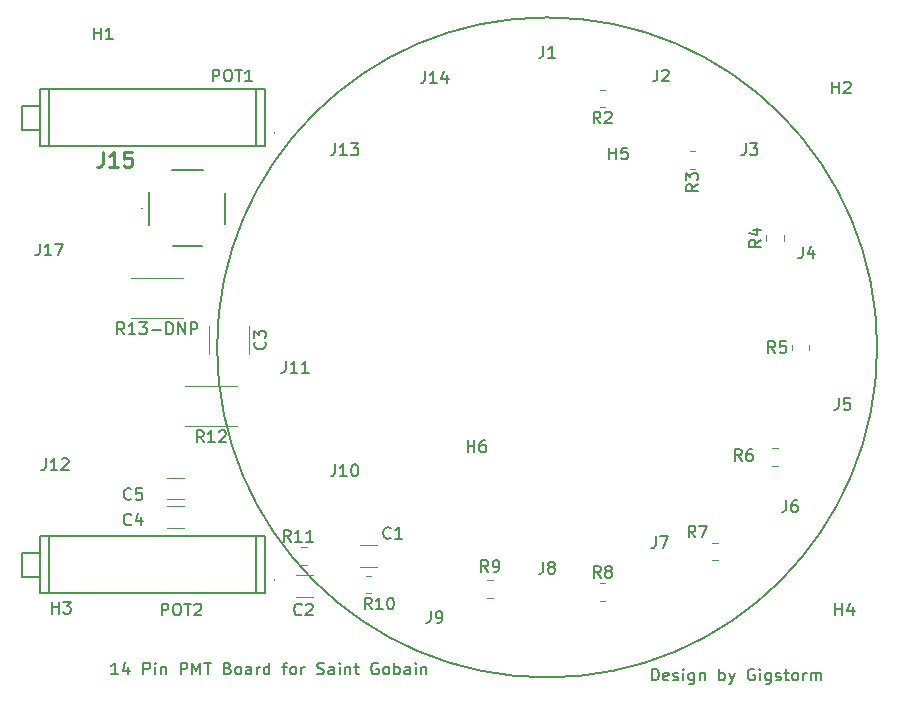
<source format=gbr>
%TF.GenerationSoftware,KiCad,Pcbnew,7.0.2-27-g7a50654f3b*%
%TF.CreationDate,2023-06-01T09:40:15-07:00*%
%TF.ProjectId,14_pin_pmt_Rev2,31345f70-696e-45f7-906d-745f52657632,rev?*%
%TF.SameCoordinates,Original*%
%TF.FileFunction,Legend,Top*%
%TF.FilePolarity,Positive*%
%FSLAX46Y46*%
G04 Gerber Fmt 4.6, Leading zero omitted, Abs format (unit mm)*
G04 Created by KiCad (PCBNEW 7.0.2-27-g7a50654f3b) date 2023-06-01 09:40:15*
%MOMM*%
%LPD*%
G01*
G04 APERTURE LIST*
%ADD10C,0.150000*%
%ADD11C,0.254000*%
%ADD12C,0.127000*%
%ADD13C,0.120000*%
%ADD14C,0.100000*%
%ADD15C,0.200000*%
G04 APERTURE END LIST*
D10*
X198121155Y-92075000D02*
G75*
G03*
X198121155Y-92075000I-27941155J0D01*
G01*
X179498666Y-68550619D02*
X179498666Y-69264904D01*
X179498666Y-69264904D02*
X179451047Y-69407761D01*
X179451047Y-69407761D02*
X179355809Y-69503000D01*
X179355809Y-69503000D02*
X179212952Y-69550619D01*
X179212952Y-69550619D02*
X179117714Y-69550619D01*
X179927238Y-68645857D02*
X179974857Y-68598238D01*
X179974857Y-68598238D02*
X180070095Y-68550619D01*
X180070095Y-68550619D02*
X180308190Y-68550619D01*
X180308190Y-68550619D02*
X180403428Y-68598238D01*
X180403428Y-68598238D02*
X180451047Y-68645857D01*
X180451047Y-68645857D02*
X180498666Y-68741095D01*
X180498666Y-68741095D02*
X180498666Y-68836333D01*
X180498666Y-68836333D02*
X180451047Y-68979190D01*
X180451047Y-68979190D02*
X179879619Y-69550619D01*
X179879619Y-69550619D02*
X180498666Y-69550619D01*
X133857904Y-119765619D02*
X133286476Y-119765619D01*
X133572190Y-119765619D02*
X133572190Y-118765619D01*
X133572190Y-118765619D02*
X133476952Y-118908476D01*
X133476952Y-118908476D02*
X133381714Y-119003714D01*
X133381714Y-119003714D02*
X133286476Y-119051333D01*
X134715047Y-119098952D02*
X134715047Y-119765619D01*
X134476952Y-118718000D02*
X134238857Y-119432285D01*
X134238857Y-119432285D02*
X134857904Y-119432285D01*
X136000762Y-119765619D02*
X136000762Y-118765619D01*
X136000762Y-118765619D02*
X136381714Y-118765619D01*
X136381714Y-118765619D02*
X136476952Y-118813238D01*
X136476952Y-118813238D02*
X136524571Y-118860857D01*
X136524571Y-118860857D02*
X136572190Y-118956095D01*
X136572190Y-118956095D02*
X136572190Y-119098952D01*
X136572190Y-119098952D02*
X136524571Y-119194190D01*
X136524571Y-119194190D02*
X136476952Y-119241809D01*
X136476952Y-119241809D02*
X136381714Y-119289428D01*
X136381714Y-119289428D02*
X136000762Y-119289428D01*
X137000762Y-119765619D02*
X137000762Y-119098952D01*
X137000762Y-118765619D02*
X136953143Y-118813238D01*
X136953143Y-118813238D02*
X137000762Y-118860857D01*
X137000762Y-118860857D02*
X137048381Y-118813238D01*
X137048381Y-118813238D02*
X137000762Y-118765619D01*
X137000762Y-118765619D02*
X137000762Y-118860857D01*
X137476952Y-119098952D02*
X137476952Y-119765619D01*
X137476952Y-119194190D02*
X137524571Y-119146571D01*
X137524571Y-119146571D02*
X137619809Y-119098952D01*
X137619809Y-119098952D02*
X137762666Y-119098952D01*
X137762666Y-119098952D02*
X137857904Y-119146571D01*
X137857904Y-119146571D02*
X137905523Y-119241809D01*
X137905523Y-119241809D02*
X137905523Y-119765619D01*
X139143619Y-119765619D02*
X139143619Y-118765619D01*
X139143619Y-118765619D02*
X139524571Y-118765619D01*
X139524571Y-118765619D02*
X139619809Y-118813238D01*
X139619809Y-118813238D02*
X139667428Y-118860857D01*
X139667428Y-118860857D02*
X139715047Y-118956095D01*
X139715047Y-118956095D02*
X139715047Y-119098952D01*
X139715047Y-119098952D02*
X139667428Y-119194190D01*
X139667428Y-119194190D02*
X139619809Y-119241809D01*
X139619809Y-119241809D02*
X139524571Y-119289428D01*
X139524571Y-119289428D02*
X139143619Y-119289428D01*
X140143619Y-119765619D02*
X140143619Y-118765619D01*
X140143619Y-118765619D02*
X140476952Y-119479904D01*
X140476952Y-119479904D02*
X140810285Y-118765619D01*
X140810285Y-118765619D02*
X140810285Y-119765619D01*
X141143619Y-118765619D02*
X141715047Y-118765619D01*
X141429333Y-119765619D02*
X141429333Y-118765619D01*
X143143619Y-119241809D02*
X143286476Y-119289428D01*
X143286476Y-119289428D02*
X143334095Y-119337047D01*
X143334095Y-119337047D02*
X143381714Y-119432285D01*
X143381714Y-119432285D02*
X143381714Y-119575142D01*
X143381714Y-119575142D02*
X143334095Y-119670380D01*
X143334095Y-119670380D02*
X143286476Y-119718000D01*
X143286476Y-119718000D02*
X143191238Y-119765619D01*
X143191238Y-119765619D02*
X142810286Y-119765619D01*
X142810286Y-119765619D02*
X142810286Y-118765619D01*
X142810286Y-118765619D02*
X143143619Y-118765619D01*
X143143619Y-118765619D02*
X143238857Y-118813238D01*
X143238857Y-118813238D02*
X143286476Y-118860857D01*
X143286476Y-118860857D02*
X143334095Y-118956095D01*
X143334095Y-118956095D02*
X143334095Y-119051333D01*
X143334095Y-119051333D02*
X143286476Y-119146571D01*
X143286476Y-119146571D02*
X143238857Y-119194190D01*
X143238857Y-119194190D02*
X143143619Y-119241809D01*
X143143619Y-119241809D02*
X142810286Y-119241809D01*
X143953143Y-119765619D02*
X143857905Y-119718000D01*
X143857905Y-119718000D02*
X143810286Y-119670380D01*
X143810286Y-119670380D02*
X143762667Y-119575142D01*
X143762667Y-119575142D02*
X143762667Y-119289428D01*
X143762667Y-119289428D02*
X143810286Y-119194190D01*
X143810286Y-119194190D02*
X143857905Y-119146571D01*
X143857905Y-119146571D02*
X143953143Y-119098952D01*
X143953143Y-119098952D02*
X144096000Y-119098952D01*
X144096000Y-119098952D02*
X144191238Y-119146571D01*
X144191238Y-119146571D02*
X144238857Y-119194190D01*
X144238857Y-119194190D02*
X144286476Y-119289428D01*
X144286476Y-119289428D02*
X144286476Y-119575142D01*
X144286476Y-119575142D02*
X144238857Y-119670380D01*
X144238857Y-119670380D02*
X144191238Y-119718000D01*
X144191238Y-119718000D02*
X144096000Y-119765619D01*
X144096000Y-119765619D02*
X143953143Y-119765619D01*
X145143619Y-119765619D02*
X145143619Y-119241809D01*
X145143619Y-119241809D02*
X145096000Y-119146571D01*
X145096000Y-119146571D02*
X145000762Y-119098952D01*
X145000762Y-119098952D02*
X144810286Y-119098952D01*
X144810286Y-119098952D02*
X144715048Y-119146571D01*
X145143619Y-119718000D02*
X145048381Y-119765619D01*
X145048381Y-119765619D02*
X144810286Y-119765619D01*
X144810286Y-119765619D02*
X144715048Y-119718000D01*
X144715048Y-119718000D02*
X144667429Y-119622761D01*
X144667429Y-119622761D02*
X144667429Y-119527523D01*
X144667429Y-119527523D02*
X144715048Y-119432285D01*
X144715048Y-119432285D02*
X144810286Y-119384666D01*
X144810286Y-119384666D02*
X145048381Y-119384666D01*
X145048381Y-119384666D02*
X145143619Y-119337047D01*
X145619810Y-119765619D02*
X145619810Y-119098952D01*
X145619810Y-119289428D02*
X145667429Y-119194190D01*
X145667429Y-119194190D02*
X145715048Y-119146571D01*
X145715048Y-119146571D02*
X145810286Y-119098952D01*
X145810286Y-119098952D02*
X145905524Y-119098952D01*
X146667429Y-119765619D02*
X146667429Y-118765619D01*
X146667429Y-119718000D02*
X146572191Y-119765619D01*
X146572191Y-119765619D02*
X146381715Y-119765619D01*
X146381715Y-119765619D02*
X146286477Y-119718000D01*
X146286477Y-119718000D02*
X146238858Y-119670380D01*
X146238858Y-119670380D02*
X146191239Y-119575142D01*
X146191239Y-119575142D02*
X146191239Y-119289428D01*
X146191239Y-119289428D02*
X146238858Y-119194190D01*
X146238858Y-119194190D02*
X146286477Y-119146571D01*
X146286477Y-119146571D02*
X146381715Y-119098952D01*
X146381715Y-119098952D02*
X146572191Y-119098952D01*
X146572191Y-119098952D02*
X146667429Y-119146571D01*
X147762668Y-119098952D02*
X148143620Y-119098952D01*
X147905525Y-119765619D02*
X147905525Y-118908476D01*
X147905525Y-118908476D02*
X147953144Y-118813238D01*
X147953144Y-118813238D02*
X148048382Y-118765619D01*
X148048382Y-118765619D02*
X148143620Y-118765619D01*
X148619811Y-119765619D02*
X148524573Y-119718000D01*
X148524573Y-119718000D02*
X148476954Y-119670380D01*
X148476954Y-119670380D02*
X148429335Y-119575142D01*
X148429335Y-119575142D02*
X148429335Y-119289428D01*
X148429335Y-119289428D02*
X148476954Y-119194190D01*
X148476954Y-119194190D02*
X148524573Y-119146571D01*
X148524573Y-119146571D02*
X148619811Y-119098952D01*
X148619811Y-119098952D02*
X148762668Y-119098952D01*
X148762668Y-119098952D02*
X148857906Y-119146571D01*
X148857906Y-119146571D02*
X148905525Y-119194190D01*
X148905525Y-119194190D02*
X148953144Y-119289428D01*
X148953144Y-119289428D02*
X148953144Y-119575142D01*
X148953144Y-119575142D02*
X148905525Y-119670380D01*
X148905525Y-119670380D02*
X148857906Y-119718000D01*
X148857906Y-119718000D02*
X148762668Y-119765619D01*
X148762668Y-119765619D02*
X148619811Y-119765619D01*
X149381716Y-119765619D02*
X149381716Y-119098952D01*
X149381716Y-119289428D02*
X149429335Y-119194190D01*
X149429335Y-119194190D02*
X149476954Y-119146571D01*
X149476954Y-119146571D02*
X149572192Y-119098952D01*
X149572192Y-119098952D02*
X149667430Y-119098952D01*
X150715050Y-119718000D02*
X150857907Y-119765619D01*
X150857907Y-119765619D02*
X151096002Y-119765619D01*
X151096002Y-119765619D02*
X151191240Y-119718000D01*
X151191240Y-119718000D02*
X151238859Y-119670380D01*
X151238859Y-119670380D02*
X151286478Y-119575142D01*
X151286478Y-119575142D02*
X151286478Y-119479904D01*
X151286478Y-119479904D02*
X151238859Y-119384666D01*
X151238859Y-119384666D02*
X151191240Y-119337047D01*
X151191240Y-119337047D02*
X151096002Y-119289428D01*
X151096002Y-119289428D02*
X150905526Y-119241809D01*
X150905526Y-119241809D02*
X150810288Y-119194190D01*
X150810288Y-119194190D02*
X150762669Y-119146571D01*
X150762669Y-119146571D02*
X150715050Y-119051333D01*
X150715050Y-119051333D02*
X150715050Y-118956095D01*
X150715050Y-118956095D02*
X150762669Y-118860857D01*
X150762669Y-118860857D02*
X150810288Y-118813238D01*
X150810288Y-118813238D02*
X150905526Y-118765619D01*
X150905526Y-118765619D02*
X151143621Y-118765619D01*
X151143621Y-118765619D02*
X151286478Y-118813238D01*
X152143621Y-119765619D02*
X152143621Y-119241809D01*
X152143621Y-119241809D02*
X152096002Y-119146571D01*
X152096002Y-119146571D02*
X152000764Y-119098952D01*
X152000764Y-119098952D02*
X151810288Y-119098952D01*
X151810288Y-119098952D02*
X151715050Y-119146571D01*
X152143621Y-119718000D02*
X152048383Y-119765619D01*
X152048383Y-119765619D02*
X151810288Y-119765619D01*
X151810288Y-119765619D02*
X151715050Y-119718000D01*
X151715050Y-119718000D02*
X151667431Y-119622761D01*
X151667431Y-119622761D02*
X151667431Y-119527523D01*
X151667431Y-119527523D02*
X151715050Y-119432285D01*
X151715050Y-119432285D02*
X151810288Y-119384666D01*
X151810288Y-119384666D02*
X152048383Y-119384666D01*
X152048383Y-119384666D02*
X152143621Y-119337047D01*
X152619812Y-119765619D02*
X152619812Y-119098952D01*
X152619812Y-118765619D02*
X152572193Y-118813238D01*
X152572193Y-118813238D02*
X152619812Y-118860857D01*
X152619812Y-118860857D02*
X152667431Y-118813238D01*
X152667431Y-118813238D02*
X152619812Y-118765619D01*
X152619812Y-118765619D02*
X152619812Y-118860857D01*
X153096002Y-119098952D02*
X153096002Y-119765619D01*
X153096002Y-119194190D02*
X153143621Y-119146571D01*
X153143621Y-119146571D02*
X153238859Y-119098952D01*
X153238859Y-119098952D02*
X153381716Y-119098952D01*
X153381716Y-119098952D02*
X153476954Y-119146571D01*
X153476954Y-119146571D02*
X153524573Y-119241809D01*
X153524573Y-119241809D02*
X153524573Y-119765619D01*
X153857907Y-119098952D02*
X154238859Y-119098952D01*
X154000764Y-118765619D02*
X154000764Y-119622761D01*
X154000764Y-119622761D02*
X154048383Y-119718000D01*
X154048383Y-119718000D02*
X154143621Y-119765619D01*
X154143621Y-119765619D02*
X154238859Y-119765619D01*
X155857907Y-118813238D02*
X155762669Y-118765619D01*
X155762669Y-118765619D02*
X155619812Y-118765619D01*
X155619812Y-118765619D02*
X155476955Y-118813238D01*
X155476955Y-118813238D02*
X155381717Y-118908476D01*
X155381717Y-118908476D02*
X155334098Y-119003714D01*
X155334098Y-119003714D02*
X155286479Y-119194190D01*
X155286479Y-119194190D02*
X155286479Y-119337047D01*
X155286479Y-119337047D02*
X155334098Y-119527523D01*
X155334098Y-119527523D02*
X155381717Y-119622761D01*
X155381717Y-119622761D02*
X155476955Y-119718000D01*
X155476955Y-119718000D02*
X155619812Y-119765619D01*
X155619812Y-119765619D02*
X155715050Y-119765619D01*
X155715050Y-119765619D02*
X155857907Y-119718000D01*
X155857907Y-119718000D02*
X155905526Y-119670380D01*
X155905526Y-119670380D02*
X155905526Y-119337047D01*
X155905526Y-119337047D02*
X155715050Y-119337047D01*
X156476955Y-119765619D02*
X156381717Y-119718000D01*
X156381717Y-119718000D02*
X156334098Y-119670380D01*
X156334098Y-119670380D02*
X156286479Y-119575142D01*
X156286479Y-119575142D02*
X156286479Y-119289428D01*
X156286479Y-119289428D02*
X156334098Y-119194190D01*
X156334098Y-119194190D02*
X156381717Y-119146571D01*
X156381717Y-119146571D02*
X156476955Y-119098952D01*
X156476955Y-119098952D02*
X156619812Y-119098952D01*
X156619812Y-119098952D02*
X156715050Y-119146571D01*
X156715050Y-119146571D02*
X156762669Y-119194190D01*
X156762669Y-119194190D02*
X156810288Y-119289428D01*
X156810288Y-119289428D02*
X156810288Y-119575142D01*
X156810288Y-119575142D02*
X156762669Y-119670380D01*
X156762669Y-119670380D02*
X156715050Y-119718000D01*
X156715050Y-119718000D02*
X156619812Y-119765619D01*
X156619812Y-119765619D02*
X156476955Y-119765619D01*
X157238860Y-119765619D02*
X157238860Y-118765619D01*
X157238860Y-119146571D02*
X157334098Y-119098952D01*
X157334098Y-119098952D02*
X157524574Y-119098952D01*
X157524574Y-119098952D02*
X157619812Y-119146571D01*
X157619812Y-119146571D02*
X157667431Y-119194190D01*
X157667431Y-119194190D02*
X157715050Y-119289428D01*
X157715050Y-119289428D02*
X157715050Y-119575142D01*
X157715050Y-119575142D02*
X157667431Y-119670380D01*
X157667431Y-119670380D02*
X157619812Y-119718000D01*
X157619812Y-119718000D02*
X157524574Y-119765619D01*
X157524574Y-119765619D02*
X157334098Y-119765619D01*
X157334098Y-119765619D02*
X157238860Y-119718000D01*
X158572193Y-119765619D02*
X158572193Y-119241809D01*
X158572193Y-119241809D02*
X158524574Y-119146571D01*
X158524574Y-119146571D02*
X158429336Y-119098952D01*
X158429336Y-119098952D02*
X158238860Y-119098952D01*
X158238860Y-119098952D02*
X158143622Y-119146571D01*
X158572193Y-119718000D02*
X158476955Y-119765619D01*
X158476955Y-119765619D02*
X158238860Y-119765619D01*
X158238860Y-119765619D02*
X158143622Y-119718000D01*
X158143622Y-119718000D02*
X158096003Y-119622761D01*
X158096003Y-119622761D02*
X158096003Y-119527523D01*
X158096003Y-119527523D02*
X158143622Y-119432285D01*
X158143622Y-119432285D02*
X158238860Y-119384666D01*
X158238860Y-119384666D02*
X158476955Y-119384666D01*
X158476955Y-119384666D02*
X158572193Y-119337047D01*
X159048384Y-119765619D02*
X159048384Y-119098952D01*
X159048384Y-118765619D02*
X159000765Y-118813238D01*
X159000765Y-118813238D02*
X159048384Y-118860857D01*
X159048384Y-118860857D02*
X159096003Y-118813238D01*
X159096003Y-118813238D02*
X159048384Y-118765619D01*
X159048384Y-118765619D02*
X159048384Y-118860857D01*
X159524574Y-119098952D02*
X159524574Y-119765619D01*
X159524574Y-119194190D02*
X159572193Y-119146571D01*
X159572193Y-119146571D02*
X159667431Y-119098952D01*
X159667431Y-119098952D02*
X159810288Y-119098952D01*
X159810288Y-119098952D02*
X159905526Y-119146571D01*
X159905526Y-119146571D02*
X159953145Y-119241809D01*
X159953145Y-119241809D02*
X159953145Y-119765619D01*
X179054095Y-120273619D02*
X179054095Y-119273619D01*
X179054095Y-119273619D02*
X179292190Y-119273619D01*
X179292190Y-119273619D02*
X179435047Y-119321238D01*
X179435047Y-119321238D02*
X179530285Y-119416476D01*
X179530285Y-119416476D02*
X179577904Y-119511714D01*
X179577904Y-119511714D02*
X179625523Y-119702190D01*
X179625523Y-119702190D02*
X179625523Y-119845047D01*
X179625523Y-119845047D02*
X179577904Y-120035523D01*
X179577904Y-120035523D02*
X179530285Y-120130761D01*
X179530285Y-120130761D02*
X179435047Y-120226000D01*
X179435047Y-120226000D02*
X179292190Y-120273619D01*
X179292190Y-120273619D02*
X179054095Y-120273619D01*
X180435047Y-120226000D02*
X180339809Y-120273619D01*
X180339809Y-120273619D02*
X180149333Y-120273619D01*
X180149333Y-120273619D02*
X180054095Y-120226000D01*
X180054095Y-120226000D02*
X180006476Y-120130761D01*
X180006476Y-120130761D02*
X180006476Y-119749809D01*
X180006476Y-119749809D02*
X180054095Y-119654571D01*
X180054095Y-119654571D02*
X180149333Y-119606952D01*
X180149333Y-119606952D02*
X180339809Y-119606952D01*
X180339809Y-119606952D02*
X180435047Y-119654571D01*
X180435047Y-119654571D02*
X180482666Y-119749809D01*
X180482666Y-119749809D02*
X180482666Y-119845047D01*
X180482666Y-119845047D02*
X180006476Y-119940285D01*
X180863619Y-120226000D02*
X180958857Y-120273619D01*
X180958857Y-120273619D02*
X181149333Y-120273619D01*
X181149333Y-120273619D02*
X181244571Y-120226000D01*
X181244571Y-120226000D02*
X181292190Y-120130761D01*
X181292190Y-120130761D02*
X181292190Y-120083142D01*
X181292190Y-120083142D02*
X181244571Y-119987904D01*
X181244571Y-119987904D02*
X181149333Y-119940285D01*
X181149333Y-119940285D02*
X181006476Y-119940285D01*
X181006476Y-119940285D02*
X180911238Y-119892666D01*
X180911238Y-119892666D02*
X180863619Y-119797428D01*
X180863619Y-119797428D02*
X180863619Y-119749809D01*
X180863619Y-119749809D02*
X180911238Y-119654571D01*
X180911238Y-119654571D02*
X181006476Y-119606952D01*
X181006476Y-119606952D02*
X181149333Y-119606952D01*
X181149333Y-119606952D02*
X181244571Y-119654571D01*
X181720762Y-120273619D02*
X181720762Y-119606952D01*
X181720762Y-119273619D02*
X181673143Y-119321238D01*
X181673143Y-119321238D02*
X181720762Y-119368857D01*
X181720762Y-119368857D02*
X181768381Y-119321238D01*
X181768381Y-119321238D02*
X181720762Y-119273619D01*
X181720762Y-119273619D02*
X181720762Y-119368857D01*
X182625523Y-119606952D02*
X182625523Y-120416476D01*
X182625523Y-120416476D02*
X182577904Y-120511714D01*
X182577904Y-120511714D02*
X182530285Y-120559333D01*
X182530285Y-120559333D02*
X182435047Y-120606952D01*
X182435047Y-120606952D02*
X182292190Y-120606952D01*
X182292190Y-120606952D02*
X182196952Y-120559333D01*
X182625523Y-120226000D02*
X182530285Y-120273619D01*
X182530285Y-120273619D02*
X182339809Y-120273619D01*
X182339809Y-120273619D02*
X182244571Y-120226000D01*
X182244571Y-120226000D02*
X182196952Y-120178380D01*
X182196952Y-120178380D02*
X182149333Y-120083142D01*
X182149333Y-120083142D02*
X182149333Y-119797428D01*
X182149333Y-119797428D02*
X182196952Y-119702190D01*
X182196952Y-119702190D02*
X182244571Y-119654571D01*
X182244571Y-119654571D02*
X182339809Y-119606952D01*
X182339809Y-119606952D02*
X182530285Y-119606952D01*
X182530285Y-119606952D02*
X182625523Y-119654571D01*
X183101714Y-119606952D02*
X183101714Y-120273619D01*
X183101714Y-119702190D02*
X183149333Y-119654571D01*
X183149333Y-119654571D02*
X183244571Y-119606952D01*
X183244571Y-119606952D02*
X183387428Y-119606952D01*
X183387428Y-119606952D02*
X183482666Y-119654571D01*
X183482666Y-119654571D02*
X183530285Y-119749809D01*
X183530285Y-119749809D02*
X183530285Y-120273619D01*
X184768381Y-120273619D02*
X184768381Y-119273619D01*
X184768381Y-119654571D02*
X184863619Y-119606952D01*
X184863619Y-119606952D02*
X185054095Y-119606952D01*
X185054095Y-119606952D02*
X185149333Y-119654571D01*
X185149333Y-119654571D02*
X185196952Y-119702190D01*
X185196952Y-119702190D02*
X185244571Y-119797428D01*
X185244571Y-119797428D02*
X185244571Y-120083142D01*
X185244571Y-120083142D02*
X185196952Y-120178380D01*
X185196952Y-120178380D02*
X185149333Y-120226000D01*
X185149333Y-120226000D02*
X185054095Y-120273619D01*
X185054095Y-120273619D02*
X184863619Y-120273619D01*
X184863619Y-120273619D02*
X184768381Y-120226000D01*
X185577905Y-119606952D02*
X185816000Y-120273619D01*
X186054095Y-119606952D02*
X185816000Y-120273619D01*
X185816000Y-120273619D02*
X185720762Y-120511714D01*
X185720762Y-120511714D02*
X185673143Y-120559333D01*
X185673143Y-120559333D02*
X185577905Y-120606952D01*
X187720762Y-119321238D02*
X187625524Y-119273619D01*
X187625524Y-119273619D02*
X187482667Y-119273619D01*
X187482667Y-119273619D02*
X187339810Y-119321238D01*
X187339810Y-119321238D02*
X187244572Y-119416476D01*
X187244572Y-119416476D02*
X187196953Y-119511714D01*
X187196953Y-119511714D02*
X187149334Y-119702190D01*
X187149334Y-119702190D02*
X187149334Y-119845047D01*
X187149334Y-119845047D02*
X187196953Y-120035523D01*
X187196953Y-120035523D02*
X187244572Y-120130761D01*
X187244572Y-120130761D02*
X187339810Y-120226000D01*
X187339810Y-120226000D02*
X187482667Y-120273619D01*
X187482667Y-120273619D02*
X187577905Y-120273619D01*
X187577905Y-120273619D02*
X187720762Y-120226000D01*
X187720762Y-120226000D02*
X187768381Y-120178380D01*
X187768381Y-120178380D02*
X187768381Y-119845047D01*
X187768381Y-119845047D02*
X187577905Y-119845047D01*
X188196953Y-120273619D02*
X188196953Y-119606952D01*
X188196953Y-119273619D02*
X188149334Y-119321238D01*
X188149334Y-119321238D02*
X188196953Y-119368857D01*
X188196953Y-119368857D02*
X188244572Y-119321238D01*
X188244572Y-119321238D02*
X188196953Y-119273619D01*
X188196953Y-119273619D02*
X188196953Y-119368857D01*
X189101714Y-119606952D02*
X189101714Y-120416476D01*
X189101714Y-120416476D02*
X189054095Y-120511714D01*
X189054095Y-120511714D02*
X189006476Y-120559333D01*
X189006476Y-120559333D02*
X188911238Y-120606952D01*
X188911238Y-120606952D02*
X188768381Y-120606952D01*
X188768381Y-120606952D02*
X188673143Y-120559333D01*
X189101714Y-120226000D02*
X189006476Y-120273619D01*
X189006476Y-120273619D02*
X188816000Y-120273619D01*
X188816000Y-120273619D02*
X188720762Y-120226000D01*
X188720762Y-120226000D02*
X188673143Y-120178380D01*
X188673143Y-120178380D02*
X188625524Y-120083142D01*
X188625524Y-120083142D02*
X188625524Y-119797428D01*
X188625524Y-119797428D02*
X188673143Y-119702190D01*
X188673143Y-119702190D02*
X188720762Y-119654571D01*
X188720762Y-119654571D02*
X188816000Y-119606952D01*
X188816000Y-119606952D02*
X189006476Y-119606952D01*
X189006476Y-119606952D02*
X189101714Y-119654571D01*
X189530286Y-120226000D02*
X189625524Y-120273619D01*
X189625524Y-120273619D02*
X189816000Y-120273619D01*
X189816000Y-120273619D02*
X189911238Y-120226000D01*
X189911238Y-120226000D02*
X189958857Y-120130761D01*
X189958857Y-120130761D02*
X189958857Y-120083142D01*
X189958857Y-120083142D02*
X189911238Y-119987904D01*
X189911238Y-119987904D02*
X189816000Y-119940285D01*
X189816000Y-119940285D02*
X189673143Y-119940285D01*
X189673143Y-119940285D02*
X189577905Y-119892666D01*
X189577905Y-119892666D02*
X189530286Y-119797428D01*
X189530286Y-119797428D02*
X189530286Y-119749809D01*
X189530286Y-119749809D02*
X189577905Y-119654571D01*
X189577905Y-119654571D02*
X189673143Y-119606952D01*
X189673143Y-119606952D02*
X189816000Y-119606952D01*
X189816000Y-119606952D02*
X189911238Y-119654571D01*
X190244572Y-119606952D02*
X190625524Y-119606952D01*
X190387429Y-119273619D02*
X190387429Y-120130761D01*
X190387429Y-120130761D02*
X190435048Y-120226000D01*
X190435048Y-120226000D02*
X190530286Y-120273619D01*
X190530286Y-120273619D02*
X190625524Y-120273619D01*
X191101715Y-120273619D02*
X191006477Y-120226000D01*
X191006477Y-120226000D02*
X190958858Y-120178380D01*
X190958858Y-120178380D02*
X190911239Y-120083142D01*
X190911239Y-120083142D02*
X190911239Y-119797428D01*
X190911239Y-119797428D02*
X190958858Y-119702190D01*
X190958858Y-119702190D02*
X191006477Y-119654571D01*
X191006477Y-119654571D02*
X191101715Y-119606952D01*
X191101715Y-119606952D02*
X191244572Y-119606952D01*
X191244572Y-119606952D02*
X191339810Y-119654571D01*
X191339810Y-119654571D02*
X191387429Y-119702190D01*
X191387429Y-119702190D02*
X191435048Y-119797428D01*
X191435048Y-119797428D02*
X191435048Y-120083142D01*
X191435048Y-120083142D02*
X191387429Y-120178380D01*
X191387429Y-120178380D02*
X191339810Y-120226000D01*
X191339810Y-120226000D02*
X191244572Y-120273619D01*
X191244572Y-120273619D02*
X191101715Y-120273619D01*
X191863620Y-120273619D02*
X191863620Y-119606952D01*
X191863620Y-119797428D02*
X191911239Y-119702190D01*
X191911239Y-119702190D02*
X191958858Y-119654571D01*
X191958858Y-119654571D02*
X192054096Y-119606952D01*
X192054096Y-119606952D02*
X192149334Y-119606952D01*
X192482668Y-120273619D02*
X192482668Y-119606952D01*
X192482668Y-119702190D02*
X192530287Y-119654571D01*
X192530287Y-119654571D02*
X192625525Y-119606952D01*
X192625525Y-119606952D02*
X192768382Y-119606952D01*
X192768382Y-119606952D02*
X192863620Y-119654571D01*
X192863620Y-119654571D02*
X192911239Y-119749809D01*
X192911239Y-119749809D02*
X192911239Y-120273619D01*
X192911239Y-119749809D02*
X192958858Y-119654571D01*
X192958858Y-119654571D02*
X193054096Y-119606952D01*
X193054096Y-119606952D02*
X193196953Y-119606952D01*
X193196953Y-119606952D02*
X193292192Y-119654571D01*
X193292192Y-119654571D02*
X193339811Y-119749809D01*
X193339811Y-119749809D02*
X193339811Y-120273619D01*
%TO.C,POT2*%
X137549143Y-114762619D02*
X137549143Y-113762619D01*
X137549143Y-113762619D02*
X137930095Y-113762619D01*
X137930095Y-113762619D02*
X138025333Y-113810238D01*
X138025333Y-113810238D02*
X138072952Y-113857857D01*
X138072952Y-113857857D02*
X138120571Y-113953095D01*
X138120571Y-113953095D02*
X138120571Y-114095952D01*
X138120571Y-114095952D02*
X138072952Y-114191190D01*
X138072952Y-114191190D02*
X138025333Y-114238809D01*
X138025333Y-114238809D02*
X137930095Y-114286428D01*
X137930095Y-114286428D02*
X137549143Y-114286428D01*
X138739619Y-113762619D02*
X138930095Y-113762619D01*
X138930095Y-113762619D02*
X139025333Y-113810238D01*
X139025333Y-113810238D02*
X139120571Y-113905476D01*
X139120571Y-113905476D02*
X139168190Y-114095952D01*
X139168190Y-114095952D02*
X139168190Y-114429285D01*
X139168190Y-114429285D02*
X139120571Y-114619761D01*
X139120571Y-114619761D02*
X139025333Y-114715000D01*
X139025333Y-114715000D02*
X138930095Y-114762619D01*
X138930095Y-114762619D02*
X138739619Y-114762619D01*
X138739619Y-114762619D02*
X138644381Y-114715000D01*
X138644381Y-114715000D02*
X138549143Y-114619761D01*
X138549143Y-114619761D02*
X138501524Y-114429285D01*
X138501524Y-114429285D02*
X138501524Y-114095952D01*
X138501524Y-114095952D02*
X138549143Y-113905476D01*
X138549143Y-113905476D02*
X138644381Y-113810238D01*
X138644381Y-113810238D02*
X138739619Y-113762619D01*
X139453905Y-113762619D02*
X140025333Y-113762619D01*
X139739619Y-114762619D02*
X139739619Y-113762619D01*
X140311048Y-113857857D02*
X140358667Y-113810238D01*
X140358667Y-113810238D02*
X140453905Y-113762619D01*
X140453905Y-113762619D02*
X140692000Y-113762619D01*
X140692000Y-113762619D02*
X140787238Y-113810238D01*
X140787238Y-113810238D02*
X140834857Y-113857857D01*
X140834857Y-113857857D02*
X140882476Y-113953095D01*
X140882476Y-113953095D02*
X140882476Y-114048333D01*
X140882476Y-114048333D02*
X140834857Y-114191190D01*
X140834857Y-114191190D02*
X140263429Y-114762619D01*
X140263429Y-114762619D02*
X140882476Y-114762619D01*
%TO.C,R6*%
X186650333Y-101681619D02*
X186317000Y-101205428D01*
X186078905Y-101681619D02*
X186078905Y-100681619D01*
X186078905Y-100681619D02*
X186459857Y-100681619D01*
X186459857Y-100681619D02*
X186555095Y-100729238D01*
X186555095Y-100729238D02*
X186602714Y-100776857D01*
X186602714Y-100776857D02*
X186650333Y-100872095D01*
X186650333Y-100872095D02*
X186650333Y-101014952D01*
X186650333Y-101014952D02*
X186602714Y-101110190D01*
X186602714Y-101110190D02*
X186555095Y-101157809D01*
X186555095Y-101157809D02*
X186459857Y-101205428D01*
X186459857Y-101205428D02*
X186078905Y-101205428D01*
X187507476Y-100681619D02*
X187317000Y-100681619D01*
X187317000Y-100681619D02*
X187221762Y-100729238D01*
X187221762Y-100729238D02*
X187174143Y-100776857D01*
X187174143Y-100776857D02*
X187078905Y-100919714D01*
X187078905Y-100919714D02*
X187031286Y-101110190D01*
X187031286Y-101110190D02*
X187031286Y-101491142D01*
X187031286Y-101491142D02*
X187078905Y-101586380D01*
X187078905Y-101586380D02*
X187126524Y-101634000D01*
X187126524Y-101634000D02*
X187221762Y-101681619D01*
X187221762Y-101681619D02*
X187412238Y-101681619D01*
X187412238Y-101681619D02*
X187507476Y-101634000D01*
X187507476Y-101634000D02*
X187555095Y-101586380D01*
X187555095Y-101586380D02*
X187602714Y-101491142D01*
X187602714Y-101491142D02*
X187602714Y-101253047D01*
X187602714Y-101253047D02*
X187555095Y-101157809D01*
X187555095Y-101157809D02*
X187507476Y-101110190D01*
X187507476Y-101110190D02*
X187412238Y-101062571D01*
X187412238Y-101062571D02*
X187221762Y-101062571D01*
X187221762Y-101062571D02*
X187126524Y-101110190D01*
X187126524Y-101110190D02*
X187078905Y-101157809D01*
X187078905Y-101157809D02*
X187031286Y-101253047D01*
%TO.C,C5*%
X134961333Y-104888380D02*
X134913714Y-104936000D01*
X134913714Y-104936000D02*
X134770857Y-104983619D01*
X134770857Y-104983619D02*
X134675619Y-104983619D01*
X134675619Y-104983619D02*
X134532762Y-104936000D01*
X134532762Y-104936000D02*
X134437524Y-104840761D01*
X134437524Y-104840761D02*
X134389905Y-104745523D01*
X134389905Y-104745523D02*
X134342286Y-104555047D01*
X134342286Y-104555047D02*
X134342286Y-104412190D01*
X134342286Y-104412190D02*
X134389905Y-104221714D01*
X134389905Y-104221714D02*
X134437524Y-104126476D01*
X134437524Y-104126476D02*
X134532762Y-104031238D01*
X134532762Y-104031238D02*
X134675619Y-103983619D01*
X134675619Y-103983619D02*
X134770857Y-103983619D01*
X134770857Y-103983619D02*
X134913714Y-104031238D01*
X134913714Y-104031238D02*
X134961333Y-104078857D01*
X135866095Y-103983619D02*
X135389905Y-103983619D01*
X135389905Y-103983619D02*
X135342286Y-104459809D01*
X135342286Y-104459809D02*
X135389905Y-104412190D01*
X135389905Y-104412190D02*
X135485143Y-104364571D01*
X135485143Y-104364571D02*
X135723238Y-104364571D01*
X135723238Y-104364571D02*
X135818476Y-104412190D01*
X135818476Y-104412190D02*
X135866095Y-104459809D01*
X135866095Y-104459809D02*
X135913714Y-104555047D01*
X135913714Y-104555047D02*
X135913714Y-104793142D01*
X135913714Y-104793142D02*
X135866095Y-104888380D01*
X135866095Y-104888380D02*
X135818476Y-104936000D01*
X135818476Y-104936000D02*
X135723238Y-104983619D01*
X135723238Y-104983619D02*
X135485143Y-104983619D01*
X135485143Y-104983619D02*
X135389905Y-104936000D01*
X135389905Y-104936000D02*
X135342286Y-104888380D01*
%TO.C,J17*%
X127206476Y-83282619D02*
X127206476Y-83996904D01*
X127206476Y-83996904D02*
X127158857Y-84139761D01*
X127158857Y-84139761D02*
X127063619Y-84235000D01*
X127063619Y-84235000D02*
X126920762Y-84282619D01*
X126920762Y-84282619D02*
X126825524Y-84282619D01*
X128206476Y-84282619D02*
X127635048Y-84282619D01*
X127920762Y-84282619D02*
X127920762Y-83282619D01*
X127920762Y-83282619D02*
X127825524Y-83425476D01*
X127825524Y-83425476D02*
X127730286Y-83520714D01*
X127730286Y-83520714D02*
X127635048Y-83568333D01*
X128539810Y-83282619D02*
X129206476Y-83282619D01*
X129206476Y-83282619D02*
X128777905Y-84282619D01*
%TO.C,J14*%
X159845476Y-68702619D02*
X159845476Y-69416904D01*
X159845476Y-69416904D02*
X159797857Y-69559761D01*
X159797857Y-69559761D02*
X159702619Y-69655000D01*
X159702619Y-69655000D02*
X159559762Y-69702619D01*
X159559762Y-69702619D02*
X159464524Y-69702619D01*
X160845476Y-69702619D02*
X160274048Y-69702619D01*
X160559762Y-69702619D02*
X160559762Y-68702619D01*
X160559762Y-68702619D02*
X160464524Y-68845476D01*
X160464524Y-68845476D02*
X160369286Y-68940714D01*
X160369286Y-68940714D02*
X160274048Y-68988333D01*
X161702619Y-69035952D02*
X161702619Y-69702619D01*
X161464524Y-68655000D02*
X161226429Y-69369285D01*
X161226429Y-69369285D02*
X161845476Y-69369285D01*
%TO.C,H3*%
X128270095Y-114610619D02*
X128270095Y-113610619D01*
X128270095Y-114086809D02*
X128841523Y-114086809D01*
X128841523Y-114610619D02*
X128841523Y-113610619D01*
X129222476Y-113610619D02*
X129841523Y-113610619D01*
X129841523Y-113610619D02*
X129508190Y-113991571D01*
X129508190Y-113991571D02*
X129651047Y-113991571D01*
X129651047Y-113991571D02*
X129746285Y-114039190D01*
X129746285Y-114039190D02*
X129793904Y-114086809D01*
X129793904Y-114086809D02*
X129841523Y-114182047D01*
X129841523Y-114182047D02*
X129841523Y-114420142D01*
X129841523Y-114420142D02*
X129793904Y-114515380D01*
X129793904Y-114515380D02*
X129746285Y-114563000D01*
X129746285Y-114563000D02*
X129651047Y-114610619D01*
X129651047Y-114610619D02*
X129365333Y-114610619D01*
X129365333Y-114610619D02*
X129270095Y-114563000D01*
X129270095Y-114563000D02*
X129222476Y-114515380D01*
%TO.C,C4*%
X134961333Y-107047380D02*
X134913714Y-107095000D01*
X134913714Y-107095000D02*
X134770857Y-107142619D01*
X134770857Y-107142619D02*
X134675619Y-107142619D01*
X134675619Y-107142619D02*
X134532762Y-107095000D01*
X134532762Y-107095000D02*
X134437524Y-106999761D01*
X134437524Y-106999761D02*
X134389905Y-106904523D01*
X134389905Y-106904523D02*
X134342286Y-106714047D01*
X134342286Y-106714047D02*
X134342286Y-106571190D01*
X134342286Y-106571190D02*
X134389905Y-106380714D01*
X134389905Y-106380714D02*
X134437524Y-106285476D01*
X134437524Y-106285476D02*
X134532762Y-106190238D01*
X134532762Y-106190238D02*
X134675619Y-106142619D01*
X134675619Y-106142619D02*
X134770857Y-106142619D01*
X134770857Y-106142619D02*
X134913714Y-106190238D01*
X134913714Y-106190238D02*
X134961333Y-106237857D01*
X135818476Y-106475952D02*
X135818476Y-107142619D01*
X135580381Y-106095000D02*
X135342286Y-106809285D01*
X135342286Y-106809285D02*
X135961333Y-106809285D01*
%TO.C,R5*%
X189496083Y-92537619D02*
X189162750Y-92061428D01*
X188924655Y-92537619D02*
X188924655Y-91537619D01*
X188924655Y-91537619D02*
X189305607Y-91537619D01*
X189305607Y-91537619D02*
X189400845Y-91585238D01*
X189400845Y-91585238D02*
X189448464Y-91632857D01*
X189448464Y-91632857D02*
X189496083Y-91728095D01*
X189496083Y-91728095D02*
X189496083Y-91870952D01*
X189496083Y-91870952D02*
X189448464Y-91966190D01*
X189448464Y-91966190D02*
X189400845Y-92013809D01*
X189400845Y-92013809D02*
X189305607Y-92061428D01*
X189305607Y-92061428D02*
X188924655Y-92061428D01*
X190400845Y-91537619D02*
X189924655Y-91537619D01*
X189924655Y-91537619D02*
X189877036Y-92013809D01*
X189877036Y-92013809D02*
X189924655Y-91966190D01*
X189924655Y-91966190D02*
X190019893Y-91918571D01*
X190019893Y-91918571D02*
X190257988Y-91918571D01*
X190257988Y-91918571D02*
X190353226Y-91966190D01*
X190353226Y-91966190D02*
X190400845Y-92013809D01*
X190400845Y-92013809D02*
X190448464Y-92109047D01*
X190448464Y-92109047D02*
X190448464Y-92347142D01*
X190448464Y-92347142D02*
X190400845Y-92442380D01*
X190400845Y-92442380D02*
X190353226Y-92490000D01*
X190353226Y-92490000D02*
X190257988Y-92537619D01*
X190257988Y-92537619D02*
X190019893Y-92537619D01*
X190019893Y-92537619D02*
X189924655Y-92490000D01*
X189924655Y-92490000D02*
X189877036Y-92442380D01*
%TO.C,J9*%
X160321666Y-114397619D02*
X160321666Y-115111904D01*
X160321666Y-115111904D02*
X160274047Y-115254761D01*
X160274047Y-115254761D02*
X160178809Y-115350000D01*
X160178809Y-115350000D02*
X160035952Y-115397619D01*
X160035952Y-115397619D02*
X159940714Y-115397619D01*
X160845476Y-115397619D02*
X161035952Y-115397619D01*
X161035952Y-115397619D02*
X161131190Y-115350000D01*
X161131190Y-115350000D02*
X161178809Y-115302380D01*
X161178809Y-115302380D02*
X161274047Y-115159523D01*
X161274047Y-115159523D02*
X161321666Y-114969047D01*
X161321666Y-114969047D02*
X161321666Y-114588095D01*
X161321666Y-114588095D02*
X161274047Y-114492857D01*
X161274047Y-114492857D02*
X161226428Y-114445238D01*
X161226428Y-114445238D02*
X161131190Y-114397619D01*
X161131190Y-114397619D02*
X160940714Y-114397619D01*
X160940714Y-114397619D02*
X160845476Y-114445238D01*
X160845476Y-114445238D02*
X160797857Y-114492857D01*
X160797857Y-114492857D02*
X160750238Y-114588095D01*
X160750238Y-114588095D02*
X160750238Y-114826190D01*
X160750238Y-114826190D02*
X160797857Y-114921428D01*
X160797857Y-114921428D02*
X160845476Y-114969047D01*
X160845476Y-114969047D02*
X160940714Y-115016666D01*
X160940714Y-115016666D02*
X161131190Y-115016666D01*
X161131190Y-115016666D02*
X161226428Y-114969047D01*
X161226428Y-114969047D02*
X161274047Y-114921428D01*
X161274047Y-114921428D02*
X161321666Y-114826190D01*
%TO.C,H2*%
X194310095Y-70566619D02*
X194310095Y-69566619D01*
X194310095Y-70042809D02*
X194881523Y-70042809D01*
X194881523Y-70566619D02*
X194881523Y-69566619D01*
X195310095Y-69661857D02*
X195357714Y-69614238D01*
X195357714Y-69614238D02*
X195452952Y-69566619D01*
X195452952Y-69566619D02*
X195691047Y-69566619D01*
X195691047Y-69566619D02*
X195786285Y-69614238D01*
X195786285Y-69614238D02*
X195833904Y-69661857D01*
X195833904Y-69661857D02*
X195881523Y-69757095D01*
X195881523Y-69757095D02*
X195881523Y-69852333D01*
X195881523Y-69852333D02*
X195833904Y-69995190D01*
X195833904Y-69995190D02*
X195262476Y-70566619D01*
X195262476Y-70566619D02*
X195881523Y-70566619D01*
%TO.C,J12*%
X127714476Y-101468619D02*
X127714476Y-102182904D01*
X127714476Y-102182904D02*
X127666857Y-102325761D01*
X127666857Y-102325761D02*
X127571619Y-102421000D01*
X127571619Y-102421000D02*
X127428762Y-102468619D01*
X127428762Y-102468619D02*
X127333524Y-102468619D01*
X128714476Y-102468619D02*
X128143048Y-102468619D01*
X128428762Y-102468619D02*
X128428762Y-101468619D01*
X128428762Y-101468619D02*
X128333524Y-101611476D01*
X128333524Y-101611476D02*
X128238286Y-101706714D01*
X128238286Y-101706714D02*
X128143048Y-101754333D01*
X129095429Y-101563857D02*
X129143048Y-101516238D01*
X129143048Y-101516238D02*
X129238286Y-101468619D01*
X129238286Y-101468619D02*
X129476381Y-101468619D01*
X129476381Y-101468619D02*
X129571619Y-101516238D01*
X129571619Y-101516238D02*
X129619238Y-101563857D01*
X129619238Y-101563857D02*
X129666857Y-101659095D01*
X129666857Y-101659095D02*
X129666857Y-101754333D01*
X129666857Y-101754333D02*
X129619238Y-101897190D01*
X129619238Y-101897190D02*
X129047810Y-102468619D01*
X129047810Y-102468619D02*
X129666857Y-102468619D01*
%TO.C,H6*%
X163449095Y-100947619D02*
X163449095Y-99947619D01*
X163449095Y-100423809D02*
X164020523Y-100423809D01*
X164020523Y-100947619D02*
X164020523Y-99947619D01*
X164925285Y-99947619D02*
X164734809Y-99947619D01*
X164734809Y-99947619D02*
X164639571Y-99995238D01*
X164639571Y-99995238D02*
X164591952Y-100042857D01*
X164591952Y-100042857D02*
X164496714Y-100185714D01*
X164496714Y-100185714D02*
X164449095Y-100376190D01*
X164449095Y-100376190D02*
X164449095Y-100757142D01*
X164449095Y-100757142D02*
X164496714Y-100852380D01*
X164496714Y-100852380D02*
X164544333Y-100900000D01*
X164544333Y-100900000D02*
X164639571Y-100947619D01*
X164639571Y-100947619D02*
X164830047Y-100947619D01*
X164830047Y-100947619D02*
X164925285Y-100900000D01*
X164925285Y-100900000D02*
X164972904Y-100852380D01*
X164972904Y-100852380D02*
X165020523Y-100757142D01*
X165020523Y-100757142D02*
X165020523Y-100519047D01*
X165020523Y-100519047D02*
X164972904Y-100423809D01*
X164972904Y-100423809D02*
X164925285Y-100376190D01*
X164925285Y-100376190D02*
X164830047Y-100328571D01*
X164830047Y-100328571D02*
X164639571Y-100328571D01*
X164639571Y-100328571D02*
X164544333Y-100376190D01*
X164544333Y-100376190D02*
X164496714Y-100423809D01*
X164496714Y-100423809D02*
X164449095Y-100519047D01*
%TO.C,R13-DNP*%
X134374285Y-90966619D02*
X134040952Y-90490428D01*
X133802857Y-90966619D02*
X133802857Y-89966619D01*
X133802857Y-89966619D02*
X134183809Y-89966619D01*
X134183809Y-89966619D02*
X134279047Y-90014238D01*
X134279047Y-90014238D02*
X134326666Y-90061857D01*
X134326666Y-90061857D02*
X134374285Y-90157095D01*
X134374285Y-90157095D02*
X134374285Y-90299952D01*
X134374285Y-90299952D02*
X134326666Y-90395190D01*
X134326666Y-90395190D02*
X134279047Y-90442809D01*
X134279047Y-90442809D02*
X134183809Y-90490428D01*
X134183809Y-90490428D02*
X133802857Y-90490428D01*
X135326666Y-90966619D02*
X134755238Y-90966619D01*
X135040952Y-90966619D02*
X135040952Y-89966619D01*
X135040952Y-89966619D02*
X134945714Y-90109476D01*
X134945714Y-90109476D02*
X134850476Y-90204714D01*
X134850476Y-90204714D02*
X134755238Y-90252333D01*
X135660000Y-89966619D02*
X136279047Y-89966619D01*
X136279047Y-89966619D02*
X135945714Y-90347571D01*
X135945714Y-90347571D02*
X136088571Y-90347571D01*
X136088571Y-90347571D02*
X136183809Y-90395190D01*
X136183809Y-90395190D02*
X136231428Y-90442809D01*
X136231428Y-90442809D02*
X136279047Y-90538047D01*
X136279047Y-90538047D02*
X136279047Y-90776142D01*
X136279047Y-90776142D02*
X136231428Y-90871380D01*
X136231428Y-90871380D02*
X136183809Y-90919000D01*
X136183809Y-90919000D02*
X136088571Y-90966619D01*
X136088571Y-90966619D02*
X135802857Y-90966619D01*
X135802857Y-90966619D02*
X135707619Y-90919000D01*
X135707619Y-90919000D02*
X135660000Y-90871380D01*
X136707619Y-90585666D02*
X137469524Y-90585666D01*
X137945714Y-90966619D02*
X137945714Y-89966619D01*
X137945714Y-89966619D02*
X138183809Y-89966619D01*
X138183809Y-89966619D02*
X138326666Y-90014238D01*
X138326666Y-90014238D02*
X138421904Y-90109476D01*
X138421904Y-90109476D02*
X138469523Y-90204714D01*
X138469523Y-90204714D02*
X138517142Y-90395190D01*
X138517142Y-90395190D02*
X138517142Y-90538047D01*
X138517142Y-90538047D02*
X138469523Y-90728523D01*
X138469523Y-90728523D02*
X138421904Y-90823761D01*
X138421904Y-90823761D02*
X138326666Y-90919000D01*
X138326666Y-90919000D02*
X138183809Y-90966619D01*
X138183809Y-90966619D02*
X137945714Y-90966619D01*
X138945714Y-90966619D02*
X138945714Y-89966619D01*
X138945714Y-89966619D02*
X139517142Y-90966619D01*
X139517142Y-90966619D02*
X139517142Y-89966619D01*
X139993333Y-90966619D02*
X139993333Y-89966619D01*
X139993333Y-89966619D02*
X140374285Y-89966619D01*
X140374285Y-89966619D02*
X140469523Y-90014238D01*
X140469523Y-90014238D02*
X140517142Y-90061857D01*
X140517142Y-90061857D02*
X140564761Y-90157095D01*
X140564761Y-90157095D02*
X140564761Y-90299952D01*
X140564761Y-90299952D02*
X140517142Y-90395190D01*
X140517142Y-90395190D02*
X140469523Y-90442809D01*
X140469523Y-90442809D02*
X140374285Y-90490428D01*
X140374285Y-90490428D02*
X139993333Y-90490428D01*
%TO.C,R11*%
X148455142Y-108539619D02*
X148121809Y-108063428D01*
X147883714Y-108539619D02*
X147883714Y-107539619D01*
X147883714Y-107539619D02*
X148264666Y-107539619D01*
X148264666Y-107539619D02*
X148359904Y-107587238D01*
X148359904Y-107587238D02*
X148407523Y-107634857D01*
X148407523Y-107634857D02*
X148455142Y-107730095D01*
X148455142Y-107730095D02*
X148455142Y-107872952D01*
X148455142Y-107872952D02*
X148407523Y-107968190D01*
X148407523Y-107968190D02*
X148359904Y-108015809D01*
X148359904Y-108015809D02*
X148264666Y-108063428D01*
X148264666Y-108063428D02*
X147883714Y-108063428D01*
X149407523Y-108539619D02*
X148836095Y-108539619D01*
X149121809Y-108539619D02*
X149121809Y-107539619D01*
X149121809Y-107539619D02*
X149026571Y-107682476D01*
X149026571Y-107682476D02*
X148931333Y-107777714D01*
X148931333Y-107777714D02*
X148836095Y-107825333D01*
X150359904Y-108539619D02*
X149788476Y-108539619D01*
X150074190Y-108539619D02*
X150074190Y-107539619D01*
X150074190Y-107539619D02*
X149978952Y-107682476D01*
X149978952Y-107682476D02*
X149883714Y-107777714D01*
X149883714Y-107777714D02*
X149788476Y-107825333D01*
%TO.C,J1*%
X169846666Y-66543619D02*
X169846666Y-67257904D01*
X169846666Y-67257904D02*
X169799047Y-67400761D01*
X169799047Y-67400761D02*
X169703809Y-67496000D01*
X169703809Y-67496000D02*
X169560952Y-67543619D01*
X169560952Y-67543619D02*
X169465714Y-67543619D01*
X170846666Y-67543619D02*
X170275238Y-67543619D01*
X170560952Y-67543619D02*
X170560952Y-66543619D01*
X170560952Y-66543619D02*
X170465714Y-66686476D01*
X170465714Y-66686476D02*
X170370476Y-66781714D01*
X170370476Y-66781714D02*
X170275238Y-66829333D01*
D11*
%TO.C,J15*%
X132575905Y-75517526D02*
X132575905Y-76424669D01*
X132575905Y-76424669D02*
X132515428Y-76606097D01*
X132515428Y-76606097D02*
X132394476Y-76727050D01*
X132394476Y-76727050D02*
X132213047Y-76787526D01*
X132213047Y-76787526D02*
X132092095Y-76787526D01*
X133845905Y-76787526D02*
X133120190Y-76787526D01*
X133483047Y-76787526D02*
X133483047Y-75517526D01*
X133483047Y-75517526D02*
X133362095Y-75698954D01*
X133362095Y-75698954D02*
X133241143Y-75819907D01*
X133241143Y-75819907D02*
X133120190Y-75880383D01*
X134994952Y-75517526D02*
X134390190Y-75517526D01*
X134390190Y-75517526D02*
X134329714Y-76122288D01*
X134329714Y-76122288D02*
X134390190Y-76061811D01*
X134390190Y-76061811D02*
X134511143Y-76001335D01*
X134511143Y-76001335D02*
X134813524Y-76001335D01*
X134813524Y-76001335D02*
X134934476Y-76061811D01*
X134934476Y-76061811D02*
X134994952Y-76122288D01*
X134994952Y-76122288D02*
X135055429Y-76243240D01*
X135055429Y-76243240D02*
X135055429Y-76545621D01*
X135055429Y-76545621D02*
X134994952Y-76666573D01*
X134994952Y-76666573D02*
X134934476Y-76727050D01*
X134934476Y-76727050D02*
X134813524Y-76787526D01*
X134813524Y-76787526D02*
X134511143Y-76787526D01*
X134511143Y-76787526D02*
X134390190Y-76727050D01*
X134390190Y-76727050D02*
X134329714Y-76666573D01*
D10*
%TO.C,R12*%
X141089142Y-100110619D02*
X140755809Y-99634428D01*
X140517714Y-100110619D02*
X140517714Y-99110619D01*
X140517714Y-99110619D02*
X140898666Y-99110619D01*
X140898666Y-99110619D02*
X140993904Y-99158238D01*
X140993904Y-99158238D02*
X141041523Y-99205857D01*
X141041523Y-99205857D02*
X141089142Y-99301095D01*
X141089142Y-99301095D02*
X141089142Y-99443952D01*
X141089142Y-99443952D02*
X141041523Y-99539190D01*
X141041523Y-99539190D02*
X140993904Y-99586809D01*
X140993904Y-99586809D02*
X140898666Y-99634428D01*
X140898666Y-99634428D02*
X140517714Y-99634428D01*
X142041523Y-100110619D02*
X141470095Y-100110619D01*
X141755809Y-100110619D02*
X141755809Y-99110619D01*
X141755809Y-99110619D02*
X141660571Y-99253476D01*
X141660571Y-99253476D02*
X141565333Y-99348714D01*
X141565333Y-99348714D02*
X141470095Y-99396333D01*
X142422476Y-99205857D02*
X142470095Y-99158238D01*
X142470095Y-99158238D02*
X142565333Y-99110619D01*
X142565333Y-99110619D02*
X142803428Y-99110619D01*
X142803428Y-99110619D02*
X142898666Y-99158238D01*
X142898666Y-99158238D02*
X142946285Y-99205857D01*
X142946285Y-99205857D02*
X142993904Y-99301095D01*
X142993904Y-99301095D02*
X142993904Y-99396333D01*
X142993904Y-99396333D02*
X142946285Y-99539190D01*
X142946285Y-99539190D02*
X142374857Y-100110619D01*
X142374857Y-100110619D02*
X142993904Y-100110619D01*
%TO.C,C3*%
X146273380Y-91606666D02*
X146321000Y-91654285D01*
X146321000Y-91654285D02*
X146368619Y-91797142D01*
X146368619Y-91797142D02*
X146368619Y-91892380D01*
X146368619Y-91892380D02*
X146321000Y-92035237D01*
X146321000Y-92035237D02*
X146225761Y-92130475D01*
X146225761Y-92130475D02*
X146130523Y-92178094D01*
X146130523Y-92178094D02*
X145940047Y-92225713D01*
X145940047Y-92225713D02*
X145797190Y-92225713D01*
X145797190Y-92225713D02*
X145606714Y-92178094D01*
X145606714Y-92178094D02*
X145511476Y-92130475D01*
X145511476Y-92130475D02*
X145416238Y-92035237D01*
X145416238Y-92035237D02*
X145368619Y-91892380D01*
X145368619Y-91892380D02*
X145368619Y-91797142D01*
X145368619Y-91797142D02*
X145416238Y-91654285D01*
X145416238Y-91654285D02*
X145463857Y-91606666D01*
X145368619Y-91273332D02*
X145368619Y-90654285D01*
X145368619Y-90654285D02*
X145749571Y-90987618D01*
X145749571Y-90987618D02*
X145749571Y-90844761D01*
X145749571Y-90844761D02*
X145797190Y-90749523D01*
X145797190Y-90749523D02*
X145844809Y-90701904D01*
X145844809Y-90701904D02*
X145940047Y-90654285D01*
X145940047Y-90654285D02*
X146178142Y-90654285D01*
X146178142Y-90654285D02*
X146273380Y-90701904D01*
X146273380Y-90701904D02*
X146321000Y-90749523D01*
X146321000Y-90749523D02*
X146368619Y-90844761D01*
X146368619Y-90844761D02*
X146368619Y-91130475D01*
X146368619Y-91130475D02*
X146321000Y-91225713D01*
X146321000Y-91225713D02*
X146273380Y-91273332D01*
%TO.C,J8*%
X169846666Y-110231619D02*
X169846666Y-110945904D01*
X169846666Y-110945904D02*
X169799047Y-111088761D01*
X169799047Y-111088761D02*
X169703809Y-111184000D01*
X169703809Y-111184000D02*
X169560952Y-111231619D01*
X169560952Y-111231619D02*
X169465714Y-111231619D01*
X170465714Y-110660190D02*
X170370476Y-110612571D01*
X170370476Y-110612571D02*
X170322857Y-110564952D01*
X170322857Y-110564952D02*
X170275238Y-110469714D01*
X170275238Y-110469714D02*
X170275238Y-110422095D01*
X170275238Y-110422095D02*
X170322857Y-110326857D01*
X170322857Y-110326857D02*
X170370476Y-110279238D01*
X170370476Y-110279238D02*
X170465714Y-110231619D01*
X170465714Y-110231619D02*
X170656190Y-110231619D01*
X170656190Y-110231619D02*
X170751428Y-110279238D01*
X170751428Y-110279238D02*
X170799047Y-110326857D01*
X170799047Y-110326857D02*
X170846666Y-110422095D01*
X170846666Y-110422095D02*
X170846666Y-110469714D01*
X170846666Y-110469714D02*
X170799047Y-110564952D01*
X170799047Y-110564952D02*
X170751428Y-110612571D01*
X170751428Y-110612571D02*
X170656190Y-110660190D01*
X170656190Y-110660190D02*
X170465714Y-110660190D01*
X170465714Y-110660190D02*
X170370476Y-110707809D01*
X170370476Y-110707809D02*
X170322857Y-110755428D01*
X170322857Y-110755428D02*
X170275238Y-110850666D01*
X170275238Y-110850666D02*
X170275238Y-111041142D01*
X170275238Y-111041142D02*
X170322857Y-111136380D01*
X170322857Y-111136380D02*
X170370476Y-111184000D01*
X170370476Y-111184000D02*
X170465714Y-111231619D01*
X170465714Y-111231619D02*
X170656190Y-111231619D01*
X170656190Y-111231619D02*
X170751428Y-111184000D01*
X170751428Y-111184000D02*
X170799047Y-111136380D01*
X170799047Y-111136380D02*
X170846666Y-111041142D01*
X170846666Y-111041142D02*
X170846666Y-110850666D01*
X170846666Y-110850666D02*
X170799047Y-110755428D01*
X170799047Y-110755428D02*
X170751428Y-110707809D01*
X170751428Y-110707809D02*
X170656190Y-110660190D01*
%TO.C,H5*%
X175447105Y-76158609D02*
X175447105Y-75158609D01*
X175447105Y-75634799D02*
X176018533Y-75634799D01*
X176018533Y-76158609D02*
X176018533Y-75158609D01*
X176970914Y-75158609D02*
X176494724Y-75158609D01*
X176494724Y-75158609D02*
X176447105Y-75634799D01*
X176447105Y-75634799D02*
X176494724Y-75587180D01*
X176494724Y-75587180D02*
X176589962Y-75539561D01*
X176589962Y-75539561D02*
X176828057Y-75539561D01*
X176828057Y-75539561D02*
X176923295Y-75587180D01*
X176923295Y-75587180D02*
X176970914Y-75634799D01*
X176970914Y-75634799D02*
X177018533Y-75730037D01*
X177018533Y-75730037D02*
X177018533Y-75968132D01*
X177018533Y-75968132D02*
X176970914Y-76063370D01*
X176970914Y-76063370D02*
X176923295Y-76110990D01*
X176923295Y-76110990D02*
X176828057Y-76158609D01*
X176828057Y-76158609D02*
X176589962Y-76158609D01*
X176589962Y-76158609D02*
X176494724Y-76110990D01*
X176494724Y-76110990D02*
X176447105Y-76063370D01*
%TO.C,R7*%
X182736833Y-108158619D02*
X182403500Y-107682428D01*
X182165405Y-108158619D02*
X182165405Y-107158619D01*
X182165405Y-107158619D02*
X182546357Y-107158619D01*
X182546357Y-107158619D02*
X182641595Y-107206238D01*
X182641595Y-107206238D02*
X182689214Y-107253857D01*
X182689214Y-107253857D02*
X182736833Y-107349095D01*
X182736833Y-107349095D02*
X182736833Y-107491952D01*
X182736833Y-107491952D02*
X182689214Y-107587190D01*
X182689214Y-107587190D02*
X182641595Y-107634809D01*
X182641595Y-107634809D02*
X182546357Y-107682428D01*
X182546357Y-107682428D02*
X182165405Y-107682428D01*
X183070167Y-107158619D02*
X183736833Y-107158619D01*
X183736833Y-107158619D02*
X183308262Y-108158619D01*
%TO.C,J3*%
X186991666Y-74798619D02*
X186991666Y-75512904D01*
X186991666Y-75512904D02*
X186944047Y-75655761D01*
X186944047Y-75655761D02*
X186848809Y-75751000D01*
X186848809Y-75751000D02*
X186705952Y-75798619D01*
X186705952Y-75798619D02*
X186610714Y-75798619D01*
X187372619Y-74798619D02*
X187991666Y-74798619D01*
X187991666Y-74798619D02*
X187658333Y-75179571D01*
X187658333Y-75179571D02*
X187801190Y-75179571D01*
X187801190Y-75179571D02*
X187896428Y-75227190D01*
X187896428Y-75227190D02*
X187944047Y-75274809D01*
X187944047Y-75274809D02*
X187991666Y-75370047D01*
X187991666Y-75370047D02*
X187991666Y-75608142D01*
X187991666Y-75608142D02*
X187944047Y-75703380D01*
X187944047Y-75703380D02*
X187896428Y-75751000D01*
X187896428Y-75751000D02*
X187801190Y-75798619D01*
X187801190Y-75798619D02*
X187515476Y-75798619D01*
X187515476Y-75798619D02*
X187420238Y-75751000D01*
X187420238Y-75751000D02*
X187372619Y-75703380D01*
%TO.C,J5*%
X194865666Y-96363619D02*
X194865666Y-97077904D01*
X194865666Y-97077904D02*
X194818047Y-97220761D01*
X194818047Y-97220761D02*
X194722809Y-97316000D01*
X194722809Y-97316000D02*
X194579952Y-97363619D01*
X194579952Y-97363619D02*
X194484714Y-97363619D01*
X195818047Y-96363619D02*
X195341857Y-96363619D01*
X195341857Y-96363619D02*
X195294238Y-96839809D01*
X195294238Y-96839809D02*
X195341857Y-96792190D01*
X195341857Y-96792190D02*
X195437095Y-96744571D01*
X195437095Y-96744571D02*
X195675190Y-96744571D01*
X195675190Y-96744571D02*
X195770428Y-96792190D01*
X195770428Y-96792190D02*
X195818047Y-96839809D01*
X195818047Y-96839809D02*
X195865666Y-96935047D01*
X195865666Y-96935047D02*
X195865666Y-97173142D01*
X195865666Y-97173142D02*
X195818047Y-97268380D01*
X195818047Y-97268380D02*
X195770428Y-97316000D01*
X195770428Y-97316000D02*
X195675190Y-97363619D01*
X195675190Y-97363619D02*
X195437095Y-97363619D01*
X195437095Y-97363619D02*
X195341857Y-97316000D01*
X195341857Y-97316000D02*
X195294238Y-97268380D01*
%TO.C,J4*%
X191817666Y-83536619D02*
X191817666Y-84250904D01*
X191817666Y-84250904D02*
X191770047Y-84393761D01*
X191770047Y-84393761D02*
X191674809Y-84489000D01*
X191674809Y-84489000D02*
X191531952Y-84536619D01*
X191531952Y-84536619D02*
X191436714Y-84536619D01*
X192722428Y-83869952D02*
X192722428Y-84536619D01*
X192484333Y-83489000D02*
X192246238Y-84203285D01*
X192246238Y-84203285D02*
X192865285Y-84203285D01*
%TO.C,J6*%
X190420666Y-104999619D02*
X190420666Y-105713904D01*
X190420666Y-105713904D02*
X190373047Y-105856761D01*
X190373047Y-105856761D02*
X190277809Y-105952000D01*
X190277809Y-105952000D02*
X190134952Y-105999619D01*
X190134952Y-105999619D02*
X190039714Y-105999619D01*
X191325428Y-104999619D02*
X191134952Y-104999619D01*
X191134952Y-104999619D02*
X191039714Y-105047238D01*
X191039714Y-105047238D02*
X190992095Y-105094857D01*
X190992095Y-105094857D02*
X190896857Y-105237714D01*
X190896857Y-105237714D02*
X190849238Y-105428190D01*
X190849238Y-105428190D02*
X190849238Y-105809142D01*
X190849238Y-105809142D02*
X190896857Y-105904380D01*
X190896857Y-105904380D02*
X190944476Y-105952000D01*
X190944476Y-105952000D02*
X191039714Y-105999619D01*
X191039714Y-105999619D02*
X191230190Y-105999619D01*
X191230190Y-105999619D02*
X191325428Y-105952000D01*
X191325428Y-105952000D02*
X191373047Y-105904380D01*
X191373047Y-105904380D02*
X191420666Y-105809142D01*
X191420666Y-105809142D02*
X191420666Y-105571047D01*
X191420666Y-105571047D02*
X191373047Y-105475809D01*
X191373047Y-105475809D02*
X191325428Y-105428190D01*
X191325428Y-105428190D02*
X191230190Y-105380571D01*
X191230190Y-105380571D02*
X191039714Y-105380571D01*
X191039714Y-105380571D02*
X190944476Y-105428190D01*
X190944476Y-105428190D02*
X190896857Y-105475809D01*
X190896857Y-105475809D02*
X190849238Y-105571047D01*
%TO.C,C1*%
X156932333Y-108190380D02*
X156884714Y-108238000D01*
X156884714Y-108238000D02*
X156741857Y-108285619D01*
X156741857Y-108285619D02*
X156646619Y-108285619D01*
X156646619Y-108285619D02*
X156503762Y-108238000D01*
X156503762Y-108238000D02*
X156408524Y-108142761D01*
X156408524Y-108142761D02*
X156360905Y-108047523D01*
X156360905Y-108047523D02*
X156313286Y-107857047D01*
X156313286Y-107857047D02*
X156313286Y-107714190D01*
X156313286Y-107714190D02*
X156360905Y-107523714D01*
X156360905Y-107523714D02*
X156408524Y-107428476D01*
X156408524Y-107428476D02*
X156503762Y-107333238D01*
X156503762Y-107333238D02*
X156646619Y-107285619D01*
X156646619Y-107285619D02*
X156741857Y-107285619D01*
X156741857Y-107285619D02*
X156884714Y-107333238D01*
X156884714Y-107333238D02*
X156932333Y-107380857D01*
X157884714Y-108285619D02*
X157313286Y-108285619D01*
X157599000Y-108285619D02*
X157599000Y-107285619D01*
X157599000Y-107285619D02*
X157503762Y-107428476D01*
X157503762Y-107428476D02*
X157408524Y-107523714D01*
X157408524Y-107523714D02*
X157313286Y-107571333D01*
%TO.C,C2*%
X149390333Y-114667380D02*
X149342714Y-114715000D01*
X149342714Y-114715000D02*
X149199857Y-114762619D01*
X149199857Y-114762619D02*
X149104619Y-114762619D01*
X149104619Y-114762619D02*
X148961762Y-114715000D01*
X148961762Y-114715000D02*
X148866524Y-114619761D01*
X148866524Y-114619761D02*
X148818905Y-114524523D01*
X148818905Y-114524523D02*
X148771286Y-114334047D01*
X148771286Y-114334047D02*
X148771286Y-114191190D01*
X148771286Y-114191190D02*
X148818905Y-114000714D01*
X148818905Y-114000714D02*
X148866524Y-113905476D01*
X148866524Y-113905476D02*
X148961762Y-113810238D01*
X148961762Y-113810238D02*
X149104619Y-113762619D01*
X149104619Y-113762619D02*
X149199857Y-113762619D01*
X149199857Y-113762619D02*
X149342714Y-113810238D01*
X149342714Y-113810238D02*
X149390333Y-113857857D01*
X149771286Y-113857857D02*
X149818905Y-113810238D01*
X149818905Y-113810238D02*
X149914143Y-113762619D01*
X149914143Y-113762619D02*
X150152238Y-113762619D01*
X150152238Y-113762619D02*
X150247476Y-113810238D01*
X150247476Y-113810238D02*
X150295095Y-113857857D01*
X150295095Y-113857857D02*
X150342714Y-113953095D01*
X150342714Y-113953095D02*
X150342714Y-114048333D01*
X150342714Y-114048333D02*
X150295095Y-114191190D01*
X150295095Y-114191190D02*
X149723667Y-114762619D01*
X149723667Y-114762619D02*
X150342714Y-114762619D01*
%TO.C,R10*%
X155313142Y-114254619D02*
X154979809Y-113778428D01*
X154741714Y-114254619D02*
X154741714Y-113254619D01*
X154741714Y-113254619D02*
X155122666Y-113254619D01*
X155122666Y-113254619D02*
X155217904Y-113302238D01*
X155217904Y-113302238D02*
X155265523Y-113349857D01*
X155265523Y-113349857D02*
X155313142Y-113445095D01*
X155313142Y-113445095D02*
X155313142Y-113587952D01*
X155313142Y-113587952D02*
X155265523Y-113683190D01*
X155265523Y-113683190D02*
X155217904Y-113730809D01*
X155217904Y-113730809D02*
X155122666Y-113778428D01*
X155122666Y-113778428D02*
X154741714Y-113778428D01*
X156265523Y-114254619D02*
X155694095Y-114254619D01*
X155979809Y-114254619D02*
X155979809Y-113254619D01*
X155979809Y-113254619D02*
X155884571Y-113397476D01*
X155884571Y-113397476D02*
X155789333Y-113492714D01*
X155789333Y-113492714D02*
X155694095Y-113540333D01*
X156884571Y-113254619D02*
X156979809Y-113254619D01*
X156979809Y-113254619D02*
X157075047Y-113302238D01*
X157075047Y-113302238D02*
X157122666Y-113349857D01*
X157122666Y-113349857D02*
X157170285Y-113445095D01*
X157170285Y-113445095D02*
X157217904Y-113635571D01*
X157217904Y-113635571D02*
X157217904Y-113873666D01*
X157217904Y-113873666D02*
X157170285Y-114064142D01*
X157170285Y-114064142D02*
X157122666Y-114159380D01*
X157122666Y-114159380D02*
X157075047Y-114207000D01*
X157075047Y-114207000D02*
X156979809Y-114254619D01*
X156979809Y-114254619D02*
X156884571Y-114254619D01*
X156884571Y-114254619D02*
X156789333Y-114207000D01*
X156789333Y-114207000D02*
X156741714Y-114159380D01*
X156741714Y-114159380D02*
X156694095Y-114064142D01*
X156694095Y-114064142D02*
X156646476Y-113873666D01*
X156646476Y-113873666D02*
X156646476Y-113635571D01*
X156646476Y-113635571D02*
X156694095Y-113445095D01*
X156694095Y-113445095D02*
X156741714Y-113349857D01*
X156741714Y-113349857D02*
X156789333Y-113302238D01*
X156789333Y-113302238D02*
X156884571Y-113254619D01*
%TO.C,H4*%
X194587821Y-114736619D02*
X194587821Y-113736619D01*
X194587821Y-114212809D02*
X195159249Y-114212809D01*
X195159249Y-114736619D02*
X195159249Y-113736619D01*
X196064011Y-114069952D02*
X196064011Y-114736619D01*
X195825916Y-113689000D02*
X195587821Y-114403285D01*
X195587821Y-114403285D02*
X196206868Y-114403285D01*
%TO.C,J11*%
X148034476Y-93213619D02*
X148034476Y-93927904D01*
X148034476Y-93927904D02*
X147986857Y-94070761D01*
X147986857Y-94070761D02*
X147891619Y-94166000D01*
X147891619Y-94166000D02*
X147748762Y-94213619D01*
X147748762Y-94213619D02*
X147653524Y-94213619D01*
X149034476Y-94213619D02*
X148463048Y-94213619D01*
X148748762Y-94213619D02*
X148748762Y-93213619D01*
X148748762Y-93213619D02*
X148653524Y-93356476D01*
X148653524Y-93356476D02*
X148558286Y-93451714D01*
X148558286Y-93451714D02*
X148463048Y-93499333D01*
X149986857Y-94213619D02*
X149415429Y-94213619D01*
X149701143Y-94213619D02*
X149701143Y-93213619D01*
X149701143Y-93213619D02*
X149605905Y-93356476D01*
X149605905Y-93356476D02*
X149510667Y-93451714D01*
X149510667Y-93451714D02*
X149415429Y-93499333D01*
%TO.C,R9*%
X165187333Y-111079619D02*
X164854000Y-110603428D01*
X164615905Y-111079619D02*
X164615905Y-110079619D01*
X164615905Y-110079619D02*
X164996857Y-110079619D01*
X164996857Y-110079619D02*
X165092095Y-110127238D01*
X165092095Y-110127238D02*
X165139714Y-110174857D01*
X165139714Y-110174857D02*
X165187333Y-110270095D01*
X165187333Y-110270095D02*
X165187333Y-110412952D01*
X165187333Y-110412952D02*
X165139714Y-110508190D01*
X165139714Y-110508190D02*
X165092095Y-110555809D01*
X165092095Y-110555809D02*
X164996857Y-110603428D01*
X164996857Y-110603428D02*
X164615905Y-110603428D01*
X165663524Y-111079619D02*
X165854000Y-111079619D01*
X165854000Y-111079619D02*
X165949238Y-111032000D01*
X165949238Y-111032000D02*
X165996857Y-110984380D01*
X165996857Y-110984380D02*
X166092095Y-110841523D01*
X166092095Y-110841523D02*
X166139714Y-110651047D01*
X166139714Y-110651047D02*
X166139714Y-110270095D01*
X166139714Y-110270095D02*
X166092095Y-110174857D01*
X166092095Y-110174857D02*
X166044476Y-110127238D01*
X166044476Y-110127238D02*
X165949238Y-110079619D01*
X165949238Y-110079619D02*
X165758762Y-110079619D01*
X165758762Y-110079619D02*
X165663524Y-110127238D01*
X165663524Y-110127238D02*
X165615905Y-110174857D01*
X165615905Y-110174857D02*
X165568286Y-110270095D01*
X165568286Y-110270095D02*
X165568286Y-110508190D01*
X165568286Y-110508190D02*
X165615905Y-110603428D01*
X165615905Y-110603428D02*
X165663524Y-110651047D01*
X165663524Y-110651047D02*
X165758762Y-110698666D01*
X165758762Y-110698666D02*
X165949238Y-110698666D01*
X165949238Y-110698666D02*
X166044476Y-110651047D01*
X166044476Y-110651047D02*
X166092095Y-110603428D01*
X166092095Y-110603428D02*
X166139714Y-110508190D01*
%TO.C,POT1*%
X141867143Y-69550619D02*
X141867143Y-68550619D01*
X141867143Y-68550619D02*
X142248095Y-68550619D01*
X142248095Y-68550619D02*
X142343333Y-68598238D01*
X142343333Y-68598238D02*
X142390952Y-68645857D01*
X142390952Y-68645857D02*
X142438571Y-68741095D01*
X142438571Y-68741095D02*
X142438571Y-68883952D01*
X142438571Y-68883952D02*
X142390952Y-68979190D01*
X142390952Y-68979190D02*
X142343333Y-69026809D01*
X142343333Y-69026809D02*
X142248095Y-69074428D01*
X142248095Y-69074428D02*
X141867143Y-69074428D01*
X143057619Y-68550619D02*
X143248095Y-68550619D01*
X143248095Y-68550619D02*
X143343333Y-68598238D01*
X143343333Y-68598238D02*
X143438571Y-68693476D01*
X143438571Y-68693476D02*
X143486190Y-68883952D01*
X143486190Y-68883952D02*
X143486190Y-69217285D01*
X143486190Y-69217285D02*
X143438571Y-69407761D01*
X143438571Y-69407761D02*
X143343333Y-69503000D01*
X143343333Y-69503000D02*
X143248095Y-69550619D01*
X143248095Y-69550619D02*
X143057619Y-69550619D01*
X143057619Y-69550619D02*
X142962381Y-69503000D01*
X142962381Y-69503000D02*
X142867143Y-69407761D01*
X142867143Y-69407761D02*
X142819524Y-69217285D01*
X142819524Y-69217285D02*
X142819524Y-68883952D01*
X142819524Y-68883952D02*
X142867143Y-68693476D01*
X142867143Y-68693476D02*
X142962381Y-68598238D01*
X142962381Y-68598238D02*
X143057619Y-68550619D01*
X143771905Y-68550619D02*
X144343333Y-68550619D01*
X144057619Y-69550619D02*
X144057619Y-68550619D01*
X145200476Y-69550619D02*
X144629048Y-69550619D01*
X144914762Y-69550619D02*
X144914762Y-68550619D01*
X144914762Y-68550619D02*
X144819524Y-68693476D01*
X144819524Y-68693476D02*
X144724286Y-68788714D01*
X144724286Y-68788714D02*
X144629048Y-68836333D01*
%TO.C,R3*%
X182938119Y-78271666D02*
X182461928Y-78604999D01*
X182938119Y-78843094D02*
X181938119Y-78843094D01*
X181938119Y-78843094D02*
X181938119Y-78462142D01*
X181938119Y-78462142D02*
X181985738Y-78366904D01*
X181985738Y-78366904D02*
X182033357Y-78319285D01*
X182033357Y-78319285D02*
X182128595Y-78271666D01*
X182128595Y-78271666D02*
X182271452Y-78271666D01*
X182271452Y-78271666D02*
X182366690Y-78319285D01*
X182366690Y-78319285D02*
X182414309Y-78366904D01*
X182414309Y-78366904D02*
X182461928Y-78462142D01*
X182461928Y-78462142D02*
X182461928Y-78843094D01*
X181938119Y-77938332D02*
X181938119Y-77319285D01*
X181938119Y-77319285D02*
X182319071Y-77652618D01*
X182319071Y-77652618D02*
X182319071Y-77509761D01*
X182319071Y-77509761D02*
X182366690Y-77414523D01*
X182366690Y-77414523D02*
X182414309Y-77366904D01*
X182414309Y-77366904D02*
X182509547Y-77319285D01*
X182509547Y-77319285D02*
X182747642Y-77319285D01*
X182747642Y-77319285D02*
X182842880Y-77366904D01*
X182842880Y-77366904D02*
X182890500Y-77414523D01*
X182890500Y-77414523D02*
X182938119Y-77509761D01*
X182938119Y-77509761D02*
X182938119Y-77795475D01*
X182938119Y-77795475D02*
X182890500Y-77890713D01*
X182890500Y-77890713D02*
X182842880Y-77938332D01*
%TO.C,J13*%
X152225476Y-74798619D02*
X152225476Y-75512904D01*
X152225476Y-75512904D02*
X152177857Y-75655761D01*
X152177857Y-75655761D02*
X152082619Y-75751000D01*
X152082619Y-75751000D02*
X151939762Y-75798619D01*
X151939762Y-75798619D02*
X151844524Y-75798619D01*
X153225476Y-75798619D02*
X152654048Y-75798619D01*
X152939762Y-75798619D02*
X152939762Y-74798619D01*
X152939762Y-74798619D02*
X152844524Y-74941476D01*
X152844524Y-74941476D02*
X152749286Y-75036714D01*
X152749286Y-75036714D02*
X152654048Y-75084333D01*
X153558810Y-74798619D02*
X154177857Y-74798619D01*
X154177857Y-74798619D02*
X153844524Y-75179571D01*
X153844524Y-75179571D02*
X153987381Y-75179571D01*
X153987381Y-75179571D02*
X154082619Y-75227190D01*
X154082619Y-75227190D02*
X154130238Y-75274809D01*
X154130238Y-75274809D02*
X154177857Y-75370047D01*
X154177857Y-75370047D02*
X154177857Y-75608142D01*
X154177857Y-75608142D02*
X154130238Y-75703380D01*
X154130238Y-75703380D02*
X154082619Y-75751000D01*
X154082619Y-75751000D02*
X153987381Y-75798619D01*
X153987381Y-75798619D02*
X153701667Y-75798619D01*
X153701667Y-75798619D02*
X153606429Y-75751000D01*
X153606429Y-75751000D02*
X153558810Y-75703380D01*
%TO.C,J7*%
X179371666Y-108072619D02*
X179371666Y-108786904D01*
X179371666Y-108786904D02*
X179324047Y-108929761D01*
X179324047Y-108929761D02*
X179228809Y-109025000D01*
X179228809Y-109025000D02*
X179085952Y-109072619D01*
X179085952Y-109072619D02*
X178990714Y-109072619D01*
X179752619Y-108072619D02*
X180419285Y-108072619D01*
X180419285Y-108072619D02*
X179990714Y-109072619D01*
%TO.C,R8*%
X174712333Y-111588619D02*
X174379000Y-111112428D01*
X174140905Y-111588619D02*
X174140905Y-110588619D01*
X174140905Y-110588619D02*
X174521857Y-110588619D01*
X174521857Y-110588619D02*
X174617095Y-110636238D01*
X174617095Y-110636238D02*
X174664714Y-110683857D01*
X174664714Y-110683857D02*
X174712333Y-110779095D01*
X174712333Y-110779095D02*
X174712333Y-110921952D01*
X174712333Y-110921952D02*
X174664714Y-111017190D01*
X174664714Y-111017190D02*
X174617095Y-111064809D01*
X174617095Y-111064809D02*
X174521857Y-111112428D01*
X174521857Y-111112428D02*
X174140905Y-111112428D01*
X175283762Y-111017190D02*
X175188524Y-110969571D01*
X175188524Y-110969571D02*
X175140905Y-110921952D01*
X175140905Y-110921952D02*
X175093286Y-110826714D01*
X175093286Y-110826714D02*
X175093286Y-110779095D01*
X175093286Y-110779095D02*
X175140905Y-110683857D01*
X175140905Y-110683857D02*
X175188524Y-110636238D01*
X175188524Y-110636238D02*
X175283762Y-110588619D01*
X175283762Y-110588619D02*
X175474238Y-110588619D01*
X175474238Y-110588619D02*
X175569476Y-110636238D01*
X175569476Y-110636238D02*
X175617095Y-110683857D01*
X175617095Y-110683857D02*
X175664714Y-110779095D01*
X175664714Y-110779095D02*
X175664714Y-110826714D01*
X175664714Y-110826714D02*
X175617095Y-110921952D01*
X175617095Y-110921952D02*
X175569476Y-110969571D01*
X175569476Y-110969571D02*
X175474238Y-111017190D01*
X175474238Y-111017190D02*
X175283762Y-111017190D01*
X175283762Y-111017190D02*
X175188524Y-111064809D01*
X175188524Y-111064809D02*
X175140905Y-111112428D01*
X175140905Y-111112428D02*
X175093286Y-111207666D01*
X175093286Y-111207666D02*
X175093286Y-111398142D01*
X175093286Y-111398142D02*
X175140905Y-111493380D01*
X175140905Y-111493380D02*
X175188524Y-111541000D01*
X175188524Y-111541000D02*
X175283762Y-111588619D01*
X175283762Y-111588619D02*
X175474238Y-111588619D01*
X175474238Y-111588619D02*
X175569476Y-111541000D01*
X175569476Y-111541000D02*
X175617095Y-111493380D01*
X175617095Y-111493380D02*
X175664714Y-111398142D01*
X175664714Y-111398142D02*
X175664714Y-111207666D01*
X175664714Y-111207666D02*
X175617095Y-111112428D01*
X175617095Y-111112428D02*
X175569476Y-111064809D01*
X175569476Y-111064809D02*
X175474238Y-111017190D01*
%TO.C,R2*%
X174688833Y-73105619D02*
X174355500Y-72629428D01*
X174117405Y-73105619D02*
X174117405Y-72105619D01*
X174117405Y-72105619D02*
X174498357Y-72105619D01*
X174498357Y-72105619D02*
X174593595Y-72153238D01*
X174593595Y-72153238D02*
X174641214Y-72200857D01*
X174641214Y-72200857D02*
X174688833Y-72296095D01*
X174688833Y-72296095D02*
X174688833Y-72438952D01*
X174688833Y-72438952D02*
X174641214Y-72534190D01*
X174641214Y-72534190D02*
X174593595Y-72581809D01*
X174593595Y-72581809D02*
X174498357Y-72629428D01*
X174498357Y-72629428D02*
X174117405Y-72629428D01*
X175069786Y-72200857D02*
X175117405Y-72153238D01*
X175117405Y-72153238D02*
X175212643Y-72105619D01*
X175212643Y-72105619D02*
X175450738Y-72105619D01*
X175450738Y-72105619D02*
X175545976Y-72153238D01*
X175545976Y-72153238D02*
X175593595Y-72200857D01*
X175593595Y-72200857D02*
X175641214Y-72296095D01*
X175641214Y-72296095D02*
X175641214Y-72391333D01*
X175641214Y-72391333D02*
X175593595Y-72534190D01*
X175593595Y-72534190D02*
X175022167Y-73105619D01*
X175022167Y-73105619D02*
X175641214Y-73105619D01*
%TO.C,H1*%
X131826095Y-65994619D02*
X131826095Y-64994619D01*
X131826095Y-65470809D02*
X132397523Y-65470809D01*
X132397523Y-65994619D02*
X132397523Y-64994619D01*
X133397523Y-65994619D02*
X132826095Y-65994619D01*
X133111809Y-65994619D02*
X133111809Y-64994619D01*
X133111809Y-64994619D02*
X133016571Y-65137476D01*
X133016571Y-65137476D02*
X132921333Y-65232714D01*
X132921333Y-65232714D02*
X132826095Y-65280333D01*
%TO.C,R4*%
X188296619Y-82970666D02*
X187820428Y-83303999D01*
X188296619Y-83542094D02*
X187296619Y-83542094D01*
X187296619Y-83542094D02*
X187296619Y-83161142D01*
X187296619Y-83161142D02*
X187344238Y-83065904D01*
X187344238Y-83065904D02*
X187391857Y-83018285D01*
X187391857Y-83018285D02*
X187487095Y-82970666D01*
X187487095Y-82970666D02*
X187629952Y-82970666D01*
X187629952Y-82970666D02*
X187725190Y-83018285D01*
X187725190Y-83018285D02*
X187772809Y-83065904D01*
X187772809Y-83065904D02*
X187820428Y-83161142D01*
X187820428Y-83161142D02*
X187820428Y-83542094D01*
X187629952Y-82113523D02*
X188296619Y-82113523D01*
X187249000Y-82351618D02*
X187963285Y-82589713D01*
X187963285Y-82589713D02*
X187963285Y-81970666D01*
%TO.C,J10*%
X152225476Y-101976619D02*
X152225476Y-102690904D01*
X152225476Y-102690904D02*
X152177857Y-102833761D01*
X152177857Y-102833761D02*
X152082619Y-102929000D01*
X152082619Y-102929000D02*
X151939762Y-102976619D01*
X151939762Y-102976619D02*
X151844524Y-102976619D01*
X153225476Y-102976619D02*
X152654048Y-102976619D01*
X152939762Y-102976619D02*
X152939762Y-101976619D01*
X152939762Y-101976619D02*
X152844524Y-102119476D01*
X152844524Y-102119476D02*
X152749286Y-102214714D01*
X152749286Y-102214714D02*
X152654048Y-102262333D01*
X153844524Y-101976619D02*
X153939762Y-101976619D01*
X153939762Y-101976619D02*
X154035000Y-102024238D01*
X154035000Y-102024238D02*
X154082619Y-102071857D01*
X154082619Y-102071857D02*
X154130238Y-102167095D01*
X154130238Y-102167095D02*
X154177857Y-102357571D01*
X154177857Y-102357571D02*
X154177857Y-102595666D01*
X154177857Y-102595666D02*
X154130238Y-102786142D01*
X154130238Y-102786142D02*
X154082619Y-102881380D01*
X154082619Y-102881380D02*
X154035000Y-102929000D01*
X154035000Y-102929000D02*
X153939762Y-102976619D01*
X153939762Y-102976619D02*
X153844524Y-102976619D01*
X153844524Y-102976619D02*
X153749286Y-102929000D01*
X153749286Y-102929000D02*
X153701667Y-102881380D01*
X153701667Y-102881380D02*
X153654048Y-102786142D01*
X153654048Y-102786142D02*
X153606429Y-102595666D01*
X153606429Y-102595666D02*
X153606429Y-102357571D01*
X153606429Y-102357571D02*
X153654048Y-102167095D01*
X153654048Y-102167095D02*
X153701667Y-102071857D01*
X153701667Y-102071857D02*
X153749286Y-102024238D01*
X153749286Y-102024238D02*
X153844524Y-101976619D01*
D12*
%TO.C,POT2*%
X146306000Y-112905000D02*
X146306000Y-108075000D01*
X146306000Y-112905000D02*
X145546000Y-112905000D01*
X146306000Y-108075000D02*
X145546000Y-108075000D01*
X145546000Y-112905000D02*
X145546000Y-108075000D01*
X145546000Y-112905000D02*
X127256000Y-112905000D01*
X145546000Y-108075000D02*
X128016000Y-108075000D01*
X128016000Y-112904000D02*
X128016000Y-108075000D01*
X128016000Y-108075000D02*
X127256000Y-108075000D01*
X127256000Y-112905000D02*
X127256000Y-111490000D01*
X127256000Y-111490000D02*
X127256000Y-109490000D01*
X127256000Y-111490000D02*
X125736000Y-111490000D01*
X127256000Y-109490000D02*
X127256000Y-108075000D01*
X125736000Y-111490000D02*
X125736000Y-109490000D01*
X125736000Y-109490000D02*
X127256000Y-109490000D01*
X147129244Y-111760000D02*
G75*
G03*
X147129244Y-111760000I-63244J0D01*
G01*
D13*
%TO.C,R6*%
X189256936Y-100611000D02*
X189711064Y-100611000D01*
X189256936Y-102081000D02*
X189711064Y-102081000D01*
%TO.C,C5*%
X137972748Y-103103000D02*
X139395252Y-103103000D01*
X137972748Y-104923000D02*
X139395252Y-104923000D01*
%TO.C,C4*%
X137972748Y-105516000D02*
X139395252Y-105516000D01*
X137972748Y-107336000D02*
X139395252Y-107336000D01*
%TO.C,R5*%
X190908000Y-92302064D02*
X190908000Y-91847936D01*
X192378000Y-92302064D02*
X192378000Y-91847936D01*
%TO.C,R13-DNP*%
X139337064Y-89594000D02*
X134982936Y-89594000D01*
X139337064Y-86174000D02*
X134982936Y-86174000D01*
%TO.C,R11*%
X149378936Y-108993000D02*
X149833064Y-108993000D01*
X149378936Y-110463000D02*
X149833064Y-110463000D01*
D14*
%TO.C,J15*%
X135800000Y-80289400D02*
X135800000Y-80289400D01*
X135900000Y-80289400D02*
X135900000Y-80289400D01*
D15*
X136500000Y-78943200D02*
X136500000Y-81686400D01*
X138404600Y-77089400D02*
X141071600Y-77089000D01*
X138500000Y-83489400D02*
X140995400Y-83489400D01*
X142900400Y-78968600D02*
X142900400Y-81610200D01*
D14*
X135900000Y-80289400D02*
G75*
G03*
X135800000Y-80289400I-50000J0D01*
G01*
X135800000Y-80289400D02*
G75*
G03*
X135900000Y-80289400I50000J0D01*
G01*
D13*
%TO.C,R12*%
X143909064Y-98738000D02*
X139554936Y-98738000D01*
X143909064Y-95318000D02*
X139554936Y-95318000D01*
%TO.C,C3*%
X144966000Y-90278748D02*
X144966000Y-92601252D01*
X141546000Y-90278748D02*
X141546000Y-92601252D01*
%TO.C,R7*%
X184176936Y-108612000D02*
X184631064Y-108612000D01*
X184176936Y-110082000D02*
X184631064Y-110082000D01*
%TO.C,C1*%
X154355748Y-108818000D02*
X155778252Y-108818000D01*
X154355748Y-110638000D02*
X155778252Y-110638000D01*
%TO.C,C2*%
X148894748Y-111358000D02*
X150317252Y-111358000D01*
X148894748Y-113178000D02*
X150317252Y-113178000D01*
%TO.C,R10*%
X154839936Y-111406000D02*
X155294064Y-111406000D01*
X154839936Y-112876000D02*
X155294064Y-112876000D01*
%TO.C,R9*%
X165126936Y-111787000D02*
X165581064Y-111787000D01*
X165126936Y-113257000D02*
X165581064Y-113257000D01*
D12*
%TO.C,POT1*%
X146306000Y-75059000D02*
X146306000Y-70229000D01*
X146306000Y-75059000D02*
X145546000Y-75059000D01*
X146306000Y-70229000D02*
X145546000Y-70229000D01*
X145546000Y-75059000D02*
X145546000Y-70229000D01*
X145546000Y-75059000D02*
X127256000Y-75059000D01*
X145546000Y-70229000D02*
X128016000Y-70229000D01*
X128016000Y-75058000D02*
X128016000Y-70229000D01*
X128016000Y-70229000D02*
X127256000Y-70229000D01*
X127256000Y-75059000D02*
X127256000Y-73644000D01*
X127256000Y-73644000D02*
X127256000Y-71644000D01*
X127256000Y-73644000D02*
X125736000Y-73644000D01*
X127256000Y-71644000D02*
X127256000Y-70229000D01*
X125736000Y-73644000D02*
X125736000Y-71644000D01*
X125736000Y-71644000D02*
X127256000Y-71644000D01*
X147129244Y-73914000D02*
G75*
G03*
X147129244Y-73914000I-63244J0D01*
G01*
D13*
%TO.C,R3*%
X182702564Y-76935000D02*
X182248436Y-76935000D01*
X182702564Y-75465000D02*
X182248436Y-75465000D01*
%TO.C,R8*%
X174651936Y-112041000D02*
X175106064Y-112041000D01*
X174651936Y-113511000D02*
X175106064Y-113511000D01*
%TO.C,R2*%
X175082564Y-71728000D02*
X174628436Y-71728000D01*
X175082564Y-70258000D02*
X174628436Y-70258000D01*
%TO.C,R4*%
X188749000Y-83031064D02*
X188749000Y-82576936D01*
X190219000Y-83031064D02*
X190219000Y-82576936D01*
%TD*%
M02*

</source>
